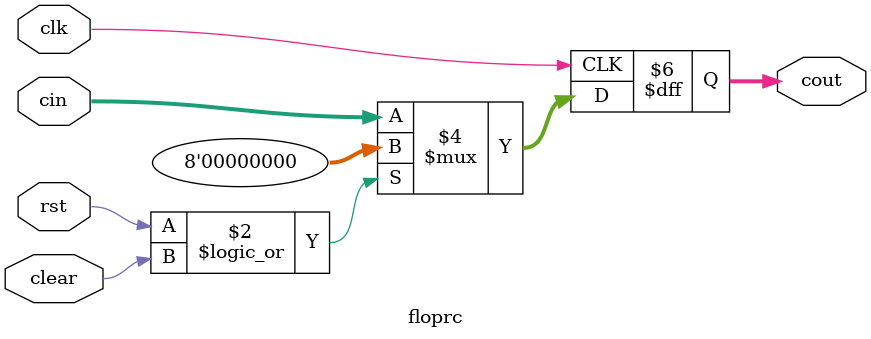
<source format=v>
`timescale 1ns / 1ps


module floprc #(parameter WIDTH = 8)(
	input clk,rst,clear,
	input wire[WIDTH-1:0] cin,
	output reg[WIDTH-1:0] cout
    );
	always @(posedge clk) begin
		if (rst || clear) begin
			// reset
			cout <= 0;
		end
		else  begin
			cout <= cin;
		end
	end
endmodule

</source>
